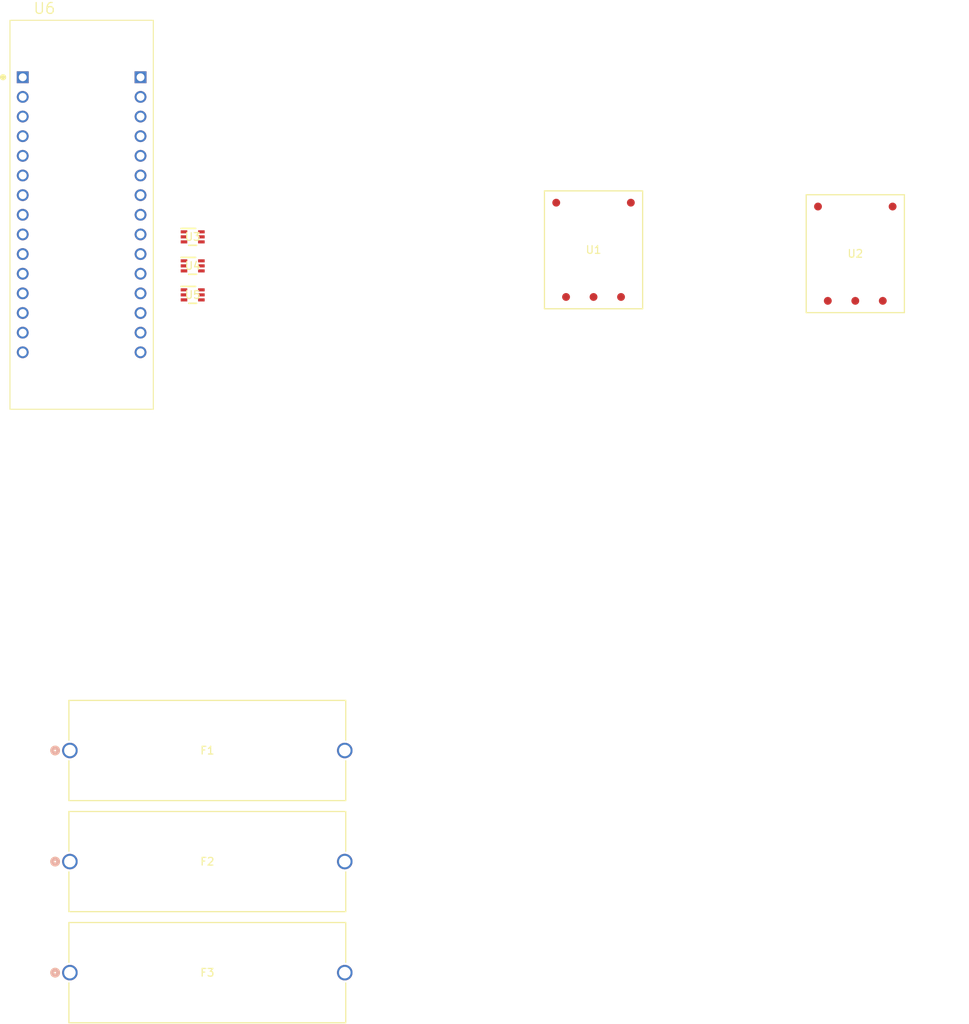
<source format=kicad_pcb>
(kicad_pcb (version 20241229) (generator "pcbnew") (generator_version "9.0")
  (layers (0 "F.Cu" signal) (2 "B.Cu" signal) (13 "F.Paste" user) (15 "B.Paste" user) (5 "F.SilkS" user "F.Silkscreen") (7 "B.SilkS" user "B.Silkscreen") (1 "F.Mask" user) (3 "B.Mask" user) (25 "Edge.Cuts" user))
  (net 0 "")
  (net 1 "R1-")
  (net 2 "GND")
  (net 3 "Net-(U1-Vadj)")
  (net 5 "Net-(U2-Vadj)")
  (net 7 "R3+")
  (net 8 "R3-")
  (net 9 "R3_Current")
  (net 10 "R2-")
  (net 11 "R2+")
  (net 12 "R1_Current")
  (net 13 "R1+")
  (net 44 "12V_L")
  (net 45 "5V_L")
  (net 46 "3V3_L")
  (net 47 "R2_Current")
  (footprint "NUCLEO_F303K8:MODULE_NUCLEO-F303K8" (layer "F.Cu") (at 27.56 56.92)
    (property "Reference" "U6" (at -4.81314 -26.68421 0) (layer "F.SilkS") (effects (font (size 1.402378 1.402378))))
    (property "Value" "NUCLEO-F303K8")
    (fp_line (start -9.27 -25.145) (end 9.27 -25.145) (stroke (width 0.127)) (layer "F.SilkS"))
    (fp_line (start -9.27 25.145) (end -9.27 -25.145) (stroke (width 0.127)) (layer "F.SilkS"))
    (fp_line (start 9.27 -25.145) (end 9.27 25.145) (stroke (width 0.127)) (layer "F.SilkS"))
    (fp_line (start 9.27 25.145) (end -9.27 25.145) (stroke (width 0.127)) (layer "F.SilkS"))
    (fp_circle (center -10.16 -17.78) (end -9.96 -17.78) (stroke (width 0.4)) (fill no) (layer "F.SilkS"))
    (pad "3_1" thru_hole rect (at -7.62 -17.78) (size 1.53 1.53) (drill 1.02) (layers "*.Cu" "*.Mask"))
    (pad "3_2" thru_hole circle (at -7.62 -15.24) (size 1.53 1.53) (drill 1.02) (layers "*.Cu" "*.Mask"))
    (pad "3_3" thru_hole circle (at -7.62 -12.7) (size 1.53 1.53) (drill 1.02) (layers "*.Cu" "*.Mask"))
    (pad "3_4" thru_hole circle (at -7.62 -10.16) (size 1.53 1.53) (drill 1.02) (layers "*.Cu" "*.Mask"))
    (pad "3_5" thru_hole circle (at -7.62 -7.62) (size 1.53 1.53) (drill 1.02) (layers "*.Cu" "*.Mask"))
    (pad "3_6" thru_hole circle (at -7.62 -5.08) (size 1.53 1.53) (drill 1.02) (layers "*.Cu" "*.Mask"))
    (pad "3_7" thru_hole circle (at -7.62 -2.54) (size 1.53 1.53) (drill 1.02) (layers "*.Cu" "*.Mask"))
    (pad "3_8" thru_hole circle (at -7.62 0) (size 1.53 1.53) (drill 1.02) (layers "*.Cu" "*.Mask"))
    (pad "3_9" thru_hole circle (at -7.62 2.54) (size 1.53 1.53) (drill 1.02) (layers "*.Cu" "*.Mask"))
    (pad "3_10" thru_hole circle (at -7.62 5.08) (size 1.53 1.53) (drill 1.02) (layers "*.Cu" "*.Mask"))
    (pad "3_11" thru_hole circle (at -7.62 7.62) (size 1.53 1.53) (drill 1.02) (layers "*.Cu" "*.Mask"))
    (pad "3_12" thru_hole circle (at -7.62 10.16) (size 1.53 1.53) (drill 1.02) (layers "*.Cu" "*.Mask"))
    (pad "3_13" thru_hole circle (at -7.62 12.7) (size 1.53 1.53) (drill 1.02) (layers "*.Cu" "*.Mask"))
    (pad "3_14" thru_hole circle (at -7.62 15.24) (size 1.53 1.53) (drill 1.02) (layers "*.Cu" "*.Mask"))
    (pad "3_15" thru_hole circle (at -7.62 17.78) (size 1.53 1.53) (drill 1.02) (layers "*.Cu" "*.Mask"))
    (pad "4_1" thru_hole rect (at 7.62 -17.78) (size 1.53 1.53) (drill 1.02) (layers "*.Cu" "*.Mask"))
    (pad "4_2" thru_hole circle (at 7.62 -15.24) (size 1.53 1.53) (drill 1.02) (layers "*.Cu" "*.Mask"))
    (pad "4_3" thru_hole circle (at 7.62 -12.7) (size 1.53 1.53) (drill 1.02) (layers "*.Cu" "*.Mask"))
    (pad "4_4" thru_hole circle (at 7.62 -10.16) (size 1.53 1.53) (drill 1.02) (layers "*.Cu" "*.Mask"))
    (pad "4_5" thru_hole circle (at 7.62 -7.62) (size 1.53 1.53) (drill 1.02) (layers "*.Cu" "*.Mask"))
    (pad "4_6" thru_hole circle (at 7.62 -5.08) (size 1.53 1.53) (drill 1.02) (layers "*.Cu" "*.Mask"))
    (pad "4_7" thru_hole circle (at 7.62 -2.54) (size 1.53 1.53) (drill 1.02) (layers "*.Cu" "*.Mask"))
    (pad "4_8" thru_hole circle (at 7.62 0) (size 1.53 1.53) (drill 1.02) (layers "*.Cu" "*.Mask"))
    (pad "4_9" thru_hole circle (at 7.62 2.54) (size 1.53 1.53) (drill 1.02) (layers "*.Cu" "*.Mask"))
    (pad "4_10" thru_hole circle (at 7.62 5.08) (size 1.53 1.53) (drill 1.02) (layers "*.Cu" "*.Mask"))
    (pad "4_11" thru_hole circle (at 7.62 7.62) (size 1.53 1.53) (drill 1.02) (layers "*.Cu" "*.Mask"))
    (pad "4_12" thru_hole circle (at 7.62 10.16) (size 1.53 1.53) (drill 1.02) (layers "*.Cu" "*.Mask"))
    (pad "4_13" thru_hole circle (at 7.62 12.7) (size 1.53 1.53) (drill 1.02) (layers "*.Cu" "*.Mask"))
    (pad "4_14" thru_hole circle (at 7.62 15.24) (size 1.53 1.53) (drill 1.02) (layers "*.Cu" "*.Mask"))
    (pad "4_15" thru_hole circle (at 7.62 17.78) (size 1.53 1.53) (drill 1.02) (layers "*.Cu" "*.Mask"))
  )
  (footprint "PTH08080WAD:EUF5" (layer "F.Cu") (at 127.6406 61.9502)
    (property "Reference" "U2" (at 0 0 0) (layer "F.SilkS"))
    (property "Value" "PTH08080WAD")
    (fp_line (start -6.35 -7.62) (end -6.35 7.62) (stroke (width 0.1524)) (layer "F.SilkS"))
    (fp_line (start -6.35 7.62) (end 6.35 7.62) (stroke (width 0.1524)) (layer "F.SilkS"))
    (fp_line (start 6.35 -7.62) (end -6.35 -7.62) (stroke (width 0.1524)) (layer "F.SilkS"))
    (fp_line (start 6.35 7.62) (end 6.35 -7.62) (stroke (width 0.1524)) (layer "F.SilkS"))
    (pad "1" smd circle (at 3.556 6.096) (size 1.016 1.016) (layers "F.Cu" "F.Mask" "F.Paste") (net 13 "R1+"))
    (pad "2" smd circle (at 0 6.096) (size 1.016 1.016) (layers "F.Cu" "F.Mask" "F.Paste") (net 2 "GND"))
    (pad "3" smd circle (at -3.556 6.096) (size 1.016 1.016) (layers "F.Cu" "F.Mask" "F.Paste") (net 11 "R2+"))
    (pad "4" smd circle (at -4.826 -6.096) (size 1.016 1.016) (layers "F.Cu" "F.Mask" "F.Paste") (net 5 "Net-(U2-Vadj)"))
    (pad "5" smd circle (at 4.826 -6.096) (size 1.016 1.016) (layers "F.Cu" "F.Mask" "F.Paste"))
  )
  (footprint "03540101ZXGY:FUSE_354 101-GY_LTF" (layer "F.Cu") (at 26.04 140.5406)
    (property "Reference" "F2" (at 17.78 0 0) (layer "F.SilkS"))
    (property "Value" "Fuse")
    (fp_line (start -0.127 -6.477) (end -0.127 -1.32999) (stroke (width 0.1524)) (layer "F.SilkS"))
    (fp_line (start -0.127 1.32999) (end -0.127 6.477) (stroke (width 0.1524)) (layer "F.SilkS"))
    (fp_line (start -0.127 6.477) (end 35.687 6.477) (stroke (width 0.1524)) (layer "F.SilkS"))
    (fp_line (start 35.687 -6.477) (end -0.127 -6.477) (stroke (width 0.1524)) (layer "F.SilkS"))
    (fp_line (start 35.687 -1.32999) (end 35.687 -6.477) (stroke (width 0.1524)) (layer "F.SilkS"))
    (fp_line (start 35.687 6.477) (end 35.687 1.32999) (stroke (width 0.1524)) (layer "F.SilkS"))
    (fp_circle (center -1.905 0) (end -1.524 0) (stroke (width 0.508)) (fill no) (layer "F.SilkS"))
    (fp_circle (center -1.905 0) (end -1.524 0) (stroke (width 0.508)) (fill no) (layer "B.SilkS"))
    (pad "1" thru_hole circle (at 0 0) (size 2.0066 2.0066) (drill 1.4986) (layers "*.Cu" "*.Mask") (net 45 "5V_L"))
    (pad "2" thru_hole circle (at 35.56 0) (size 2.0066 2.0066) (drill 1.4986) (layers "*.Cu" "*.Mask") (net 10 "R2-"))
  )
  (footprint "PTH08080WAD:EUF5" (layer "F.Cu") (at 93.7802 61.4502)
    (property "Reference" "U1" (at 0 0 0) (layer "F.SilkS"))
    (property "Value" "PTH08080WAD")
    (fp_line (start -6.35 -7.62) (end -6.35 7.62) (stroke (width 0.1524)) (layer "F.SilkS"))
    (fp_line (start -6.35 7.62) (end 6.35 7.62) (stroke (width 0.1524)) (layer "F.SilkS"))
    (fp_line (start 6.35 -7.62) (end -6.35 -7.62) (stroke (width 0.1524)) (layer "F.SilkS"))
    (fp_line (start 6.35 7.62) (end 6.35 -7.62) (stroke (width 0.1524)) (layer "F.SilkS"))
    (pad "1" smd circle (at 3.556 6.096) (size 1.016 1.016) (layers "F.Cu" "F.Mask" "F.Paste") (net 13 "R1+"))
    (pad "2" smd circle (at 0 6.096) (size 1.016 1.016) (layers "F.Cu" "F.Mask" "F.Paste") (net 2 "GND"))
    (pad "3" smd circle (at -3.556 6.096) (size 1.016 1.016) (layers "F.Cu" "F.Mask" "F.Paste") (net 7 "R3+"))
    (pad "4" smd circle (at -4.826 -6.096) (size 1.016 1.016) (layers "F.Cu" "F.Mask" "F.Paste") (net 3 "Net-(U1-Vadj)"))
    (pad "5" smd circle (at 4.826 -6.096) (size 1.016 1.016) (layers "F.Cu" "F.Mask" "F.Paste"))
  )
  (footprint "03540101ZXGY:FUSE_354 101-GY_LTF" (layer "F.Cu") (at 26.04 126.1802)
    (property "Reference" "F1" (at 17.78 0 0) (layer "F.SilkS"))
    (property "Value" "Fuse")
    (fp_line (start -0.127 -6.477) (end -0.127 -1.32999) (stroke (width 0.1524)) (layer "F.SilkS"))
    (fp_line (start -0.127 1.32999) (end -0.127 6.477) (stroke (width 0.1524)) (layer "F.SilkS"))
    (fp_line (start -0.127 6.477) (end 35.687 6.477) (stroke (width 0.1524)) (layer "F.SilkS"))
    (fp_line (start 35.687 -6.477) (end -0.127 -6.477) (stroke (width 0.1524)) (layer "F.SilkS"))
    (fp_line (start 35.687 -1.32999) (end 35.687 -6.477) (stroke (width 0.1524)) (layer "F.SilkS"))
    (fp_line (start 35.687 6.477) (end 35.687 1.32999) (stroke (width 0.1524)) (layer "F.SilkS"))
    (fp_circle (center -1.905 0) (end -1.524 0) (stroke (width 0.508)) (fill no) (layer "F.SilkS"))
    (fp_circle (center -1.905 0) (end -1.524 0) (stroke (width 0.508)) (fill no) (layer "B.SilkS"))
    (pad "1" thru_hole circle (at 0 0) (size 2.0066 2.0066) (drill 1.4986) (layers "*.Cu" "*.Mask") (net 44 "12V_L"))
    (pad "2" thru_hole circle (at 35.56 0) (size 2.0066 2.0066) (drill 1.4986) (layers "*.Cu" "*.Mask") (net 1 "R1-"))
  )
  (footprint "03540101ZXGY:FUSE_354 101-GY_LTF" (layer "F.Cu") (at 26.04 154.901)
    (property "Reference" "F3" (at 17.78 0 0) (layer "F.SilkS"))
    (property "Value" "Fuse")
    (fp_line (start -0.127 -6.477) (end -0.127 -1.32999) (stroke (width 0.1524)) (layer "F.SilkS"))
    (fp_line (start -0.127 1.32999) (end -0.127 6.477) (stroke (width 0.1524)) (layer "F.SilkS"))
    (fp_line (start -0.127 6.477) (end 35.687 6.477) (stroke (width 0.1524)) (layer "F.SilkS"))
    (fp_line (start 35.687 -6.477) (end -0.127 -6.477) (stroke (width 0.1524)) (layer "F.SilkS"))
    (fp_line (start 35.687 -1.32999) (end 35.687 -6.477) (stroke (width 0.1524)) (layer "F.SilkS"))
    (fp_line (start 35.687 6.477) (end 35.687 1.32999) (stroke (width 0.1524)) (layer "F.SilkS"))
    (fp_circle (center -1.905 0) (end -1.524 0) (stroke (width 0.508)) (fill no) (layer "F.SilkS"))
    (fp_circle (center -1.905 0) (end -1.524 0) (stroke (width 0.508)) (fill no) (layer "B.SilkS"))
    (pad "1" thru_hole circle (at 0 0) (size 2.0066 2.0066) (drill 1.4986) (layers "*.Cu" "*.Mask") (net 46 "3V3_L"))
    (pad "2" thru_hole circle (at 35.56 0) (size 2.0066 2.0066) (drill 1.4986) (layers "*.Cu" "*.Mask") (net 8 "R3-"))
  )
  (footprint "INA214BIDCKR:DCK0006A_N" (layer "F.Cu") (at 41.925001 67.275006)
    (property "Reference" "U5" (at 0 0 0) (layer "F.SilkS"))
    (property "Value" "INA214BIDCKR")
    (fp_line (start -1.4986 -1.0922) (end 0.381 -1.0922) (stroke (width 0.2)) (layer "F.SilkS"))
    (fp_line (start -0.508 1.0922) (end 0.508 1.0922) (stroke (width 0.2)) (layer "F.SilkS"))
    (pad "1" smd rect (at -1.124999 -0.650001 90) (size 0.399999 0.850001) (layers "F.Cu" "F.Mask" "F.Paste") (net 2 "GND"))
    (pad "2" smd rect (at -1.124999 0 90) (size 0.399999 0.850001) (layers "F.Cu" "F.Mask" "F.Paste") (net 2 "GND"))
    (pad "3" smd rect (at -1.124999 0.649999 90) (size 0.399999 0.850001) (layers "F.Cu" "F.Mask" "F.Paste") (net 7 "R3+"))
    (pad "4" smd rect (at 1.125002 0.649999 90) (size 0.399999 0.850001) (layers "F.Cu" "F.Mask" "F.Paste") (net 13 "R1+"))
    (pad "5" smd rect (at 1.125002 0 90) (size 0.399999 0.850001) (layers "F.Cu" "F.Mask" "F.Paste") (net 1 "R1-"))
    (pad "6" smd rect (at 1.125002 -0.650001 90) (size 0.399999 0.850001) (layers "F.Cu" "F.Mask" "F.Paste") (net 12 "R1_Current"))
  )
  (footprint "INA214BIDCKR:DCK0006A_N" (layer "F.Cu") (at 41.925001 63.525004)
    (property "Reference" "U4" (at 0 0 0) (layer "F.SilkS"))
    (property "Value" "INA214BIDCKR")
    (fp_line (start -1.4986 -1.0922) (end 0.381 -1.0922) (stroke (width 0.2)) (layer "F.SilkS"))
    (fp_line (start -0.508 1.0922) (end 0.508 1.0922) (stroke (width 0.2)) (layer "F.SilkS"))
    (pad "1" smd rect (at -1.124999 -0.650001 90) (size 0.399999 0.850001) (layers "F.Cu" "F.Mask" "F.Paste") (net 2 "GND"))
    (pad "2" smd rect (at -1.124999 0 90) (size 0.399999 0.850001) (layers "F.Cu" "F.Mask" "F.Paste") (net 2 "GND"))
    (pad "3" smd rect (at -1.124999 0.649999 90) (size 0.399999 0.850001) (layers "F.Cu" "F.Mask" "F.Paste") (net 7 "R3+"))
    (pad "4" smd rect (at 1.125002 0.649999 90) (size 0.399999 0.850001) (layers "F.Cu" "F.Mask" "F.Paste") (net 11 "R2+"))
    (pad "5" smd rect (at 1.125002 0 90) (size 0.399999 0.850001) (layers "F.Cu" "F.Mask" "F.Paste") (net 10 "R2-"))
    (pad "6" smd rect (at 1.125002 -0.650001 90) (size 0.399999 0.850001) (layers "F.Cu" "F.Mask" "F.Paste") (net 47 "R2_Current"))
  )
  (footprint "INA214BIDCKR:DCK0006A_N" (layer "F.Cu") (at 41.925001 59.775002)
    (property "Reference" "U3" (at 0 0 0) (layer "F.SilkS"))
    (property "Value" "INA214BIDCKR")
    (fp_line (start -1.4986 -1.0922) (end 0.381 -1.0922) (stroke (width 0.2)) (layer "F.SilkS"))
    (fp_line (start -0.508 1.0922) (end 0.508 1.0922) (stroke (width 0.2)) (layer "F.SilkS"))
    (pad "1" smd rect (at -1.124999 -0.650001 90) (size 0.399999 0.850001) (layers "F.Cu" "F.Mask" "F.Paste") (net 2 "GND"))
    (pad "2" smd rect (at -1.124999 0 90) (size 0.399999 0.850001) (layers "F.Cu" "F.Mask" "F.Paste") (net 2 "GND"))
    (pad "3" smd rect (at -1.124999 0.649999 90) (size 0.399999 0.850001) (layers "F.Cu" "F.Mask" "F.Paste") (net 7 "R3+"))
    (pad "4" smd rect (at 1.125002 0.649999 90) (size 0.399999 0.850001) (layers "F.Cu" "F.Mask" "F.Paste") (net 7 "R3+"))
    (pad "5" smd rect (at 1.125002 0 90) (size 0.399999 0.850001) (layers "F.Cu" "F.Mask" "F.Paste") (net 8 "R3-"))
    (pad "6" smd rect (at 1.125002 -0.650001 90) (size 0.399999 0.850001) (layers "F.Cu" "F.Mask" "F.Paste") (net 9 "R3_Current"))
  )
)
</source>
